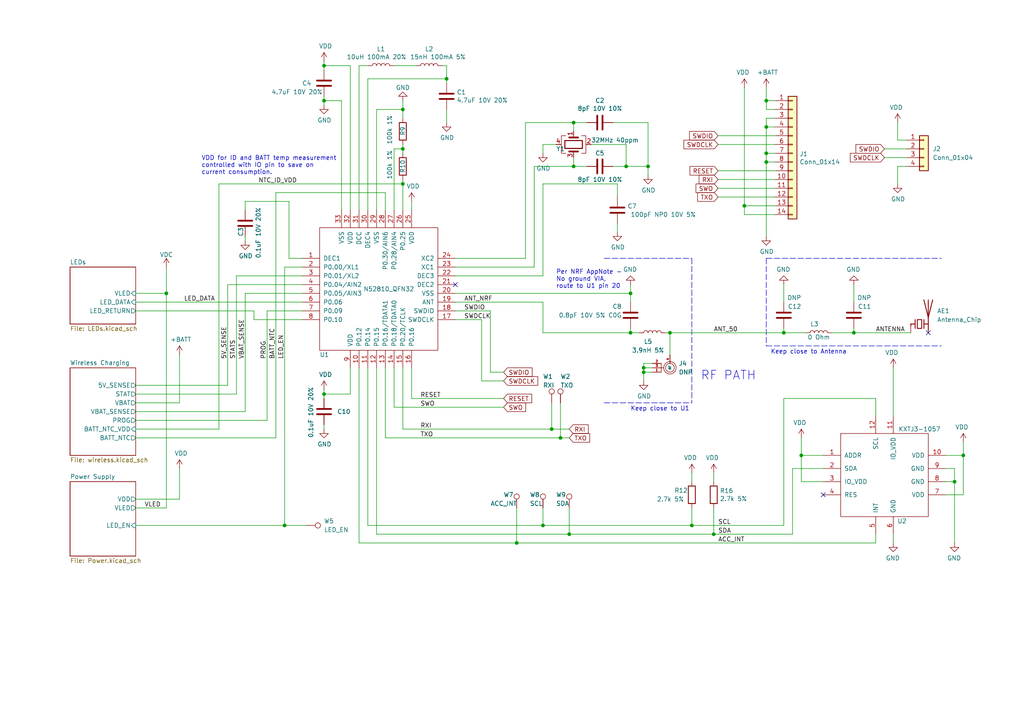
<source format=kicad_sch>
(kicad_sch (version 20211123) (generator eeschema)
  (paper "A4")
  (title_block (title "Pixels D20 Schematic, Main") (date "2022-08-26") (rev "13") (company "Systemic Games, LLC") (comment 1 "Main MCU, Accelerometer and Radio"))
  (lib_symbols
    (symbol "Connector_Generic:Conn_01x04" (pin_names (offset 1.016) hide)
      (property "Reference" "J" (at 0 5.08 0))
      (property "Value" "Conn_01x04" (at 0 -7.62 0))
      (symbol "Conn_01x04_1_1"
        (rectangle (start -1.27 -4.953) (end 0 -5.207) (stroke (width 0.1524)))
        (rectangle (start -1.27 -2.413) (end 0 -2.667) (stroke (width 0.1524)))
        (rectangle (start -1.27 0.127) (end 0 -0.127) (stroke (width 0.1524)))
        (rectangle (start -1.27 2.667) (end 0 2.413) (stroke (width 0.1524)))
        (rectangle (start -1.27 3.81) (end 1.27 -6.35) (stroke (width 0.254)) (fill (type background)))
        (pin passive line (at -5.08 2.54 0) (length 3.81) (name "Pin_1") (number "1"))
        (pin passive line (at -5.08 0 0) (length 3.81) (name "Pin_2") (number "2"))
        (pin passive line (at -5.08 -2.54 0) (length 3.81) (name "Pin_3") (number "3"))
        (pin passive line (at -5.08 -5.08 0) (length 3.81) (name "Pin_4") (number "4"))
      )
    )
    (symbol "Connector_Generic:Conn_01x14" (pin_names (offset 1.016) hide)
      (property "Reference" "J" (at 0 17.78 0))
      (property "Value" "Conn_01x14" (at 0 -20.32 0))
      (symbol "Conn_01x14_1_1"
        (rectangle (start -1.27 -17.653) (end 0 -17.907) (stroke (width 0.1524)))
        (rectangle (start -1.27 -15.113) (end 0 -15.367) (stroke (width 0.1524)))
        (rectangle (start -1.27 -12.573) (end 0 -12.827) (stroke (width 0.1524)))
        (rectangle (start -1.27 -10.033) (end 0 -10.287) (stroke (width 0.1524)))
        (rectangle (start -1.27 -7.493) (end 0 -7.747) (stroke (width 0.1524)))
        (rectangle (start -1.27 -4.953) (end 0 -5.207) (stroke (width 0.1524)))
        (rectangle (start -1.27 -2.413) (end 0 -2.667) (stroke (width 0.1524)))
        (rectangle (start -1.27 0.127) (end 0 -0.127) (stroke (width 0.1524)))
        (rectangle (start -1.27 2.667) (end 0 2.413) (stroke (width 0.1524)))
        (rectangle (start -1.27 5.207) (end 0 4.953) (stroke (width 0.1524)))
        (rectangle (start -1.27 7.747) (end 0 7.493) (stroke (width 0.1524)))
        (rectangle (start -1.27 10.287) (end 0 10.033) (stroke (width 0.1524)))
        (rectangle (start -1.27 12.827) (end 0 12.573) (stroke (width 0.1524)))
        (rectangle (start -1.27 15.367) (end 0 15.113) (stroke (width 0.1524)))
        (rectangle (start -1.27 16.51) (end 1.27 -19.05) (stroke (width 0.254)) (fill (type background)))
        (pin passive line (at -5.08 15.24 0) (length 3.81) (name "Pin_1") (number "1"))
        (pin passive line (at -5.08 -7.62 0) (length 3.81) (name "Pin_10") (number "10"))
        (pin passive line (at -5.08 -10.16 0) (length 3.81) (name "Pin_11") (number "11"))
        (pin passive line (at -5.08 -12.7 0) (length 3.81) (name "Pin_12") (number "12"))
        (pin passive line (at -5.08 -15.24 0) (length 3.81) (name "Pin_13") (number "13"))
        (pin passive line (at -5.08 -17.78 0) (length 3.81) (name "Pin_14") (number "14"))
        (pin passive line (at -5.08 12.7 0) (length 3.81) (name "Pin_2") (number "2"))
        (pin passive line (at -5.08 10.16 0) (length 3.81) (name "Pin_3") (number "3"))
        (pin passive line (at -5.08 7.62 0) (length 3.81) (name "Pin_4") (number "4"))
        (pin passive line (at -5.08 5.08 0) (length 3.81) (name "Pin_5") (number "5"))
        (pin passive line (at -5.08 2.54 0) (length 3.81) (name "Pin_6") (number "6"))
        (pin passive line (at -5.08 0 0) (length 3.81) (name "Pin_7") (number "7"))
        (pin passive line (at -5.08 -2.54 0) (length 3.81) (name "Pin_8") (number "8"))
        (pin passive line (at -5.08 -5.08 0) (length 3.81) (name "Pin_9") (number "9"))
      )
    )
    (symbol "Device:Antenna_Chip" (pin_numbers hide) (pin_names (offset 1.016) hide)
      (property "Reference" "AE" (at 0 5.08 0))
      (property "Value" "Antenna_Chip" (at 0 3.175 0))
      (symbol "Antenna_Chip_0_1"
        (polyline (pts (xy -2.54 0) (xy -2.54 -0.635)) (stroke (width 0.254)))
        (polyline (pts (xy -2.54 0) (xy -1.27 0)) (stroke (width 0.254)))
        (polyline (pts (xy 1.27 0) (xy 2.54 0)) (stroke (width 0.254)))
        (polyline (pts (xy 1.27 1.27) (xy 1.27 -1.27)) (stroke (width 0.254)))
        (polyline (pts (xy 2.54 -0.635) (xy 2.54 0)))
        (polyline (pts (xy 2.54 6.985) (xy 2.54 -1.905)) (stroke (width 0.254)))
        (polyline (pts (xy -1.27 1.27) (xy -1.27 -1.27) (xy -1.27 0)) (stroke (width 0.254)))
        (polyline (pts (xy 3.81 6.985) (xy 2.54 1.905) (xy 1.27 6.985)) (stroke (width 0.254)))
        (polyline (pts (xy -0.635 1.27) (xy 0.635 1.27) (xy 0.635 -1.27) (xy -0.635 -1.27) (xy -0.635 1.27)) (stroke (width 0.254)))
      )
      (symbol "Antenna_Chip_1_1"
        (pin input line (at -2.54 -2.54 90) (length 2.54) (name "FEED") (number "1"))
        (pin passive line (at 2.54 -2.54 90) (length 2.54) (name "PCB_Trace") (number "2"))
      )
    )
    (symbol "Device:C" (pin_numbers hide) (pin_names (offset 0.254))
      (property "Reference" "C" (at 0.635 2.54 0))
      (property "Value" "C" (at 0.635 -2.54 0))
      (symbol "C_0_1"
        (polyline (pts (xy -2.032 -0.762) (xy 2.032 -0.762)) (stroke (width 0.508)))
        (polyline (pts (xy -2.032 0.762) (xy 2.032 0.762)) (stroke (width 0.508)))
      )
      (symbol "C_1_1"
        (pin passive line (at 0 3.81 270) (length 2.794) (name "~") (number "1"))
        (pin passive line (at 0 -3.81 90) (length 2.794) (name "~") (number "2"))
      )
    )
    (symbol "Device:Crystal_GND24" (pin_names (offset 1.016) hide)
      (property "Reference" "Y" (at 3.175 5.08 0))
      (property "Value" "Crystal_GND24" (at 3.175 3.175 0))
      (symbol "Crystal_GND24_0_1"
        (rectangle (start -1.143 2.54) (end 1.143 -2.54) (stroke (width 0.3048)))
        (polyline (pts (xy -2.54 0) (xy -2.032 0)))
        (polyline (pts (xy -2.032 -1.27) (xy -2.032 1.27)) (stroke (width 0.508)))
        (polyline (pts (xy 0 -3.81) (xy 0 -3.556)))
        (polyline (pts (xy 0 3.556) (xy 0 3.81)))
        (polyline (pts (xy 2.032 -1.27) (xy 2.032 1.27)) (stroke (width 0.508)))
        (polyline (pts (xy 2.032 0) (xy 2.54 0)))
        (polyline (pts (xy -2.54 -2.286) (xy -2.54 -3.556) (xy 2.54 -3.556) (xy 2.54 -2.286)))
        (polyline (pts (xy -2.54 2.286) (xy -2.54 3.556) (xy 2.54 3.556) (xy 2.54 2.286)))
      )
      (symbol "Crystal_GND24_1_1"
        (pin passive line (at -3.81 0 0) (length 1.27) (name "1") (number "1"))
        (pin passive line (at 0 5.08 270) (length 1.27) (name "2") (number "2"))
        (pin passive line (at 3.81 0 180) (length 1.27) (name "3") (number "3"))
        (pin passive line (at 0 -5.08 90) (length 1.27) (name "4") (number "4"))
      )
    )
    (symbol "Device:L" (pin_numbers hide) (pin_names (offset 1.016) hide)
      (property "Reference" "L" (at -1.27 0 90))
      (property "Value" "L" (at 1.905 0 90))
      (symbol "L_0_1"
        (arc (start 0 -2.54) (mid 0.635 -1.905) (end 0 -1.27))
        (arc (start 0 -1.27) (mid 0.635 -0.635) (end 0 0))
        (arc (start 0 0) (mid 0.635 0.635) (end 0 1.27))
        (arc (start 0 1.27) (mid 0.635 1.905) (end 0 2.54))
      )
      (symbol "L_1_1"
        (pin passive line (at 0 3.81 270) (length 1.27) (name "1") (number "1"))
        (pin passive line (at 0 -3.81 90) (length 1.27) (name "2") (number "2"))
      )
    )
    (symbol "Device:R" (pin_numbers hide) (pin_names (offset 0))
      (property "Reference" "R" (at 2.032 0 90))
      (property "Value" "R" (at 0 0 90))
      (symbol "R_0_1"
        (rectangle (start -1.016 -2.54) (end 1.016 2.54) (stroke (width 0.254)))
      )
      (symbol "R_1_1"
        (pin passive line (at 0 3.81 270) (length 1.27) (name "~") (number "1"))
        (pin passive line (at 0 -3.81 90) (length 1.27) (name "~") (number "2"))
      )
    )
    (symbol "Pixels-dice:KXTJ3-1057" (pin_names (offset 1.016))
      (property "Reference" "U" (at 10.16 -12.7 0))
      (property "Value" "KXTJ3-1057" (at 8.89 13.97 0))
      (symbol "KXTJ3-1057_0_1"
        (rectangle (start -12.7 12.7) (end 12.7 -11.43))
      )
      (symbol "KXTJ3-1057_1_1"
        (pin input line (at -17.78 6.35 0) (length 5.08) (name "ADDR") (number "1"))
        (pin power_in line (at 17.78 6.35 180) (length 5.08) (name "VDD") (number "10"))
        (pin power_in line (at 2.54 17.78 270) (length 5.08) (name "IO_VDD") (number "11"))
        (pin input line (at -2.54 17.78 270) (length 5.08) (name "SCL") (number "12"))
        (pin bidirectional line (at -17.78 2.54 0) (length 5.08) (name "SDA") (number "2"))
        (pin power_in line (at -17.78 -1.27 0) (length 5.08) (name "IO_VDD") (number "3"))
        (pin passive line (at -17.78 -5.08 0) (length 5.08) (name "RES") (number "4"))
        (pin output line (at -2.54 -16.51 90) (length 5.08) (name "INT") (number "5"))
        (pin power_in line (at 2.54 -16.51 90) (length 5.08) (name "GND") (number "6"))
        (pin power_in line (at 17.78 -5.08 180) (length 5.08) (name "VDD") (number "7"))
        (pin power_in line (at 17.78 -1.27 180) (length 5.08) (name "GND") (number "8"))
        (pin power_in line (at 17.78 2.54 180) (length 5.08) (name "GND") (number "9"))
      )
    )
    (symbol "Pixels-dice:N52810_QFN32" (pin_names (offset 1.016))
      (property "Reference" "U" (at 13.97 -19.05 0))
      (property "Value" "N52810_QFN32" (at 2.54 0 0))
      (symbol "N52810_QFN32_0_1"
        (rectangle (start -17.78 17.78) (end 16.51 -17.78))
      )
      (symbol "N52810_QFN32_1_1"
        (pin power_out line (at -22.86 8.89 0) (length 5.08) (name "DEC1") (number "1"))
        (pin bidirectional line (at -6.35 -22.86 90) (length 5.08) (name "P0.12") (number "10"))
        (pin bidirectional line (at -3.81 -22.86 90) (length 5.08) (name "P0.14") (number "11"))
        (pin bidirectional line (at -1.27 -22.86 90) (length 5.08) (name "P0.15") (number "12"))
        (pin bidirectional line (at 1.27 -22.86 90) (length 5.08) (name "P0.16/TDATA1") (number "13"))
        (pin bidirectional line (at 3.81 -22.86 90) (length 5.08) (name "P0.18/TDATA0") (number "14"))
        (pin bidirectional line (at 6.35 -22.86 90) (length 5.08) (name "P0.20/TCLK") (number "15"))
        (pin bidirectional line (at 8.89 -22.86 90) (length 5.08) (name "P0.16") (number "16"))
        (pin bidirectional line (at 21.59 -8.89 180) (length 5.08) (name "SWDCLK") (number "17"))
        (pin bidirectional line (at 21.59 -6.35 180) (length 5.08) (name "SWDIO") (number "18"))
        (pin output line (at 21.59 -3.81 180) (length 5.08) (name "ANT") (number "19"))
        (pin bidirectional line (at -22.86 6.35 0) (length 5.08) (name "P0.00/XL1") (number "2"))
        (pin output line (at 21.59 -1.27 180) (length 5.08) (name "VSS") (number "20"))
        (pin output line (at 21.59 1.27 180) (length 5.08) (name "DEC2") (number "21"))
        (pin output line (at 21.59 3.81 180) (length 5.08) (name "DEC3") (number "22"))
        (pin output line (at 21.59 6.35 180) (length 5.08) (name "XC1") (number "23"))
        (pin input line (at 21.59 8.89 180) (length 5.08) (name "XC2") (number "24"))
        (pin power_in line (at 8.89 22.86 270) (length 5.08) (name "VDD") (number "25"))
        (pin bidirectional line (at 6.35 22.86 270) (length 5.08) (name "P0.25") (number "26"))
        (pin bidirectional line (at 3.81 22.86 270) (length 5.08) (name "P0.28/AIN4") (number "27"))
        (pin bidirectional line (at 1.27 22.86 270) (length 5.08) (name "P0.30/AIN6") (number "28"))
        (pin power_in line (at -1.27 22.86 270) (length 5.08) (name "VSS") (number "29"))
        (pin bidirectional line (at -22.86 3.81 0) (length 5.08) (name "P0.01/XL2") (number "3"))
        (pin output line (at -3.81 22.86 270) (length 5.08) (name "DEC4") (number "30"))
        (pin output line (at -6.35 22.86 270) (length 5.08) (name "DCC") (number "31"))
        (pin power_in line (at -8.89 22.86 270) (length 5.08) (name "VDD") (number "32"))
        (pin power_in line (at -11.43 22.86 270) (length 5.08) (name "VSS") (number "33"))
        (pin bidirectional line (at -22.86 1.27 0) (length 5.08) (name "P0.04/AIN2") (number "4"))
        (pin bidirectional line (at -22.86 -1.27 0) (length 5.08) (name "P0.05/AIN3") (number "5"))
        (pin bidirectional line (at -22.86 -3.81 0) (length 5.08) (name "P0.06") (number "6"))
        (pin bidirectional line (at -22.86 -6.35 0) (length 5.08) (name "P0.09") (number "7"))
        (pin bidirectional line (at -22.86 -8.89 0) (length 5.08) (name "P0.10") (number "8"))
        (pin power_in line (at -8.89 -22.86 90) (length 5.08) (name "VDD") (number "9"))
      )
    )
    (symbol "Pixels-dice:TEST_1P-conn" (pin_numbers hide) (pin_names (offset 0.762) hide)
      (property "Reference" "W" (at 0 6.858 0))
      (property "Value" "TEST_1P-conn" (at 0 5.08 0))
      (symbol "TEST_1P-conn_0_1"
        (circle (center 0 3.302) (radius 0.762))
      )
      (symbol "TEST_1P-conn_1_1"
        (pin passive line (at 0 0 90) (length 2.54) (name "1") (number "1"))
      )
    )
    (symbol "Pixels-dice:W.FL"
      (property "Reference" "J" (at 3.81 -1.27 0))
      (property "Value" "W.FL" (at 4.445 1.27 0))
      (symbol "W.FL_0_1"
        (polyline (pts (xy -1.27 -2.54) (xy 1.27 -2.54)))
        (polyline (pts (xy 0 -2.54) (xy 0 -1.905)))
        (circle (center 0 0) (radius 1.27))
        (circle (center 0 0) (radius 1.7961))
      )
      (symbol "W.FL_1_1"
        (pin passive line (at 1.27 -5.08 90) (length 2.54) (name "") (number "1"))
        (pin passive line (at -1.27 -5.08 90) (length 2.54) (name "") (number "2"))
        (pin passive line (at 0 -5.08 90) (length 2.54) (name "") (number "3"))
        (pin passive line (at -3.81 0 0) (length 2.54) (name "RF") (number "4"))
      )
    )
    (symbol "power:+BATT" (power) (pin_names (offset 0))
      (property "Value" "+BATT" (at 0 3.556 0))
      (symbol "+BATT_0_1"
        (polyline (pts (xy -0.762 1.27) (xy 0 2.54)))
        (polyline (pts (xy 0 0) (xy 0 2.54)))
        (polyline (pts (xy 0 2.54) (xy 0.762 1.27)))
      )
      (symbol "+BATT_1_1"
        (pin power_in line (at 0 0 90) (length 0) hide (name "+BATT") (number "1"))
      )
    )
    (symbol "power:GND" (power) (pin_names (offset 0))
      (property "Value" "GND" (at 0 -3.81 0))
      (symbol "GND_0_1"
        (polyline (pts (xy 0 0) (xy 0 -1.27) (xy 1.27 -1.27) (xy 0 -2.54) (xy -1.27 -1.27) (xy 0 -1.27)))
      )
      (symbol "GND_1_1"
        (pin power_in line (at 0 0 270) (length 0) hide (name "GND") (number "1"))
      )
    )
    (symbol "power:VDC" (power) (pin_names (offset 0))
      (property "Value" "VDC" (at 0 6.35 0))
      (symbol "VDC_0_1"
        (polyline (pts (xy -0.762 1.27) (xy 0 2.54)))
        (polyline (pts (xy 0 0) (xy 0 2.54)))
        (polyline (pts (xy 0 2.54) (xy 0.762 1.27)))
      )
      (symbol "VDC_1_1"
        (pin power_in line (at 0 0 90) (length 0) hide (name "VDC") (number "1"))
      )
    )
    (symbol "power:VDD" (power) (pin_names (offset 0))
      (property "Value" "VDD" (at 0 3.81 0))
      (symbol "VDD_0_1"
        (polyline (pts (xy -0.762 1.27) (xy 0 2.54)))
        (polyline (pts (xy 0 0) (xy 0 2.54)))
        (polyline (pts (xy 0 2.54) (xy 0.762 1.27)))
      )
      (symbol "VDD_1_1"
        (pin power_in line (at 0 0 90) (length 0) hide (name "VDD") (number "1"))
      )
    )
  )
  (junction (at 279.4 132.08))
  (junction (at 181.61 48.26))
  (junction (at 276.86 139.7))
  (junction (at 93.98 19.05))
  (junction (at 194.31 96.52))
  (junction (at 116.84 43.18))
  (junction (at 116.84 53.34))
  (junction (at 166.37 48.26))
  (junction (at 149.86 157.48))
  (junction (at 182.88 96.52))
  (junction (at 165.1 154.94))
  (junction (at 207.01 154.94))
  (junction (at 222.25 36.83))
  (junction (at 93.98 114.3))
  (junction (at 116.84 31.75))
  (junction (at 227.33 96.52))
  (junction (at 129.54 22.86))
  (junction (at 182.88 85.09))
  (junction (at 82.55 152.4))
  (junction (at 222.25 44.45))
  (junction (at 247.65 96.52))
  (junction (at 222.25 29.21))
  (junction (at 187.96 48.26))
  (junction (at 222.25 46.99))
  (junction (at 48.26 85.09))
  (junction (at 162.56 127))
  (junction (at 232.41 132.08))
  (junction (at 215.9 59.69))
  (junction (at 157.48 152.4))
  (junction (at 160.02 124.46))
  (junction (at 93.98 29.21))
  (junction (at 200.66 152.4))
  (junction (at 186.69 107.95))
  (junction (at 166.37 35.56))
  (junction (at 186.69 106.68))
  (no_connect (at 132.08 82.55))
  (no_connect (at 238.76 143.51))
  (no_connect (at 269.24 96.52))
  (wire (pts (xy 99.06 29.21) (xy 93.98 29.21)))
  (wire (pts (xy 99.06 60.96) (xy 99.06 29.21)))
  (wire (pts (xy 222.25 34.29) (xy 222.25 36.83)))
  (wire (pts (xy 207.01 137.16) (xy 207.01 139.7)))
  (wire (pts (xy 149.86 147.32) (xy 149.86 157.48)))
  (wire (pts (xy 109.22 31.75) (xy 109.22 60.96)))
  (wire (pts (xy 181.61 41.91) (xy 181.61 48.26)))
  (wire (pts (xy 116.84 29.21) (xy 116.84 31.75)))
  (wire (pts (xy 116.84 53.34) (xy 116.84 60.96)))
  (wire (pts (xy 68.58 80.01) (xy 68.58 114.3)))
  (wire (pts (xy 154.94 77.47) (xy 154.94 48.26)))
  (wire (pts (xy 93.98 19.05) (xy 93.98 20.32)))
  (wire (pts (xy 232.41 139.7) (xy 232.41 132.08)))
  (wire (pts (xy 279.4 143.51) (xy 274.32 143.51)))
  (wire (pts (xy 101.6 19.05) (xy 93.98 19.05)))
  (wire (pts (xy 177.8 48.26) (xy 181.61 48.26)))
  (wire (pts (xy 157.48 80.01) (xy 132.08 80.01)))
  (wire (pts (xy 139.7 110.49) (xy 146.05 110.49)))
  (wire (pts (xy 132.08 74.93) (xy 152.4 74.93)))
  (wire (pts (xy 238.76 135.89) (xy 229.87 135.89)))
  (wire (pts (xy 207.01 147.32) (xy 207.01 154.94)))
  (polyline (pts (xy 222.25 74.93) (xy 222.25 100.33)))
  (wire (pts (xy 187.96 35.56) (xy 187.96 48.26)))
  (wire (pts (xy 224.79 46.99) (xy 222.25 46.99)))
  (wire (pts (xy 160.02 124.46) (xy 165.1 124.46)))
  (wire (pts (xy 166.37 35.56) (xy 170.18 35.56)))
  (wire (pts (xy 189.23 106.68) (xy 186.69 106.68)))
  (wire (pts (xy 259.08 154.94) (xy 259.08 157.48)))
  (wire (pts (xy 39.37 114.3) (xy 68.58 114.3)))
  (polyline (pts (xy 222.25 100.33) (xy 273.05 100.33)))
  (wire (pts (xy 132.08 87.63) (xy 157.48 87.63)))
  (wire (pts (xy 208.28 41.91) (xy 224.79 41.91)))
  (wire (pts (xy 39.37 147.32) (xy 48.26 147.32)))
  (wire (pts (xy 215.9 59.69) (xy 215.9 62.23)))
  (wire (pts (xy 116.84 124.46) (xy 116.84 106.68)))
  (wire (pts (xy 39.37 90.17) (xy 73.66 90.17)))
  (wire (pts (xy 162.56 127) (xy 165.1 127)))
  (wire (pts (xy 80.01 55.88) (xy 111.76 55.88)))
  (wire (pts (xy 186.69 105.41) (xy 186.69 106.68)))
  (wire (pts (xy 111.76 55.88) (xy 111.76 60.96)))
  (wire (pts (xy 129.54 31.75) (xy 129.54 35.56)))
  (wire (pts (xy 39.37 111.76) (xy 66.04 111.76)))
  (wire (pts (xy 93.98 114.3) (xy 93.98 115.57)))
  (wire (pts (xy 132.08 85.09) (xy 182.88 85.09)))
  (wire (pts (xy 256.54 43.18) (xy 262.89 43.18)))
  (wire (pts (xy 149.86 157.48) (xy 254 157.48)))
  (wire (pts (xy 66.04 82.55) (xy 66.04 111.76)))
  (wire (pts (xy 224.79 59.69) (xy 215.9 59.69)))
  (wire (pts (xy 73.66 90.17) (xy 73.66 92.71)))
  (wire (pts (xy 274.32 139.7) (xy 276.86 139.7)))
  (wire (pts (xy 157.48 96.52) (xy 182.88 96.52)))
  (wire (pts (xy 152.4 74.93) (xy 152.4 35.56)))
  (wire (pts (xy 106.68 106.68) (xy 106.68 152.4)))
  (wire (pts (xy 132.08 90.17) (xy 142.24 90.17)))
  (wire (pts (xy 114.3 106.68) (xy 114.3 118.11)))
  (wire (pts (xy 101.6 60.96) (xy 101.6 19.05)))
  (wire (pts (xy 254 120.65) (xy 254 115.57)))
  (wire (pts (xy 222.25 31.75) (xy 224.79 31.75)))
  (wire (pts (xy 93.98 114.3) (xy 93.98 113.03)))
  (wire (pts (xy 189.23 107.95) (xy 186.69 107.95)))
  (wire (pts (xy 142.24 107.95) (xy 146.05 107.95)))
  (wire (pts (xy 222.25 29.21) (xy 222.25 31.75)))
  (wire (pts (xy 161.29 41.91) (xy 157.48 41.91)))
  (wire (pts (xy 160.02 116.84) (xy 160.02 124.46)))
  (wire (pts (xy 256.54 45.72) (xy 262.89 45.72)))
  (wire (pts (xy 222.25 44.45) (xy 222.25 46.99)))
  (wire (pts (xy 129.54 22.86) (xy 129.54 24.13)))
  (wire (pts (xy 52.07 144.78) (xy 52.07 135.89)))
  (wire (pts (xy 186.69 106.68) (xy 186.69 107.95)))
  (wire (pts (xy 194.31 96.52) (xy 194.31 102.87)))
  (wire (pts (xy 104.14 60.96) (xy 104.14 19.05)))
  (wire (pts (xy 114.3 60.96) (xy 114.3 43.18)))
  (wire (pts (xy 39.37 87.63) (xy 87.63 87.63)))
  (wire (pts (xy 128.27 19.05) (xy 129.54 19.05)))
  (wire (pts (xy 129.54 22.86) (xy 106.68 22.86)))
  (wire (pts (xy 165.1 154.94) (xy 207.01 154.94)))
  (wire (pts (xy 260.35 48.26) (xy 260.35 53.34)))
  (wire (pts (xy 208.28 49.53) (xy 224.79 49.53)))
  (wire (pts (xy 232.41 132.08) (xy 238.76 132.08)))
  (wire (pts (xy 193.04 96.52) (xy 194.31 96.52)))
  (wire (pts (xy 177.8 35.56) (xy 187.96 35.56)))
  (wire (pts (xy 222.25 36.83) (xy 222.25 44.45)))
  (wire (pts (xy 77.47 121.92) (xy 39.37 121.92)))
  (wire (pts (xy 39.37 85.09) (xy 48.26 85.09)))
  (wire (pts (xy 274.32 135.89) (xy 276.86 135.89)))
  (wire (pts (xy 279.4 132.08) (xy 279.4 143.51)))
  (wire (pts (xy 114.3 43.18) (xy 116.84 43.18)))
  (polyline (pts (xy 175.26 116.84) (xy 200.66 116.84)))
  (wire (pts (xy 73.66 92.71) (xy 87.63 92.71)))
  (wire (pts (xy 154.94 48.26) (xy 166.37 48.26)))
  (wire (pts (xy 247.65 82.55) (xy 247.65 87.63)))
  (wire (pts (xy 232.41 132.08) (xy 232.41 127)))
  (wire (pts (xy 101.6 114.3) (xy 93.98 114.3)))
  (wire (pts (xy 111.76 127) (xy 162.56 127)))
  (wire (pts (xy 227.33 96.52) (xy 233.68 96.52)))
  (wire (pts (xy 194.31 96.52) (xy 227.33 96.52)))
  (wire (pts (xy 227.33 115.57) (xy 227.33 152.4)))
  (wire (pts (xy 276.86 139.7) (xy 276.86 157.48)))
  (wire (pts (xy 82.55 77.47) (xy 82.55 152.4)))
  (wire (pts (xy 200.66 137.16) (xy 200.66 139.7)))
  (polyline (pts (xy 200.66 74.93) (xy 200.66 116.84)))
  (wire (pts (xy 88.9 152.4) (xy 82.55 152.4)))
  (wire (pts (xy 222.25 34.29) (xy 224.79 34.29)))
  (wire (pts (xy 166.37 48.26) (xy 170.18 48.26)))
  (wire (pts (xy 215.9 62.23) (xy 224.79 62.23)))
  (wire (pts (xy 222.25 46.99) (xy 222.25 68.58)))
  (wire (pts (xy 182.88 82.55) (xy 182.88 85.09)))
  (wire (pts (xy 116.84 124.46) (xy 160.02 124.46)))
  (wire (pts (xy 179.07 53.34) (xy 179.07 57.15)))
  (wire (pts (xy 93.98 29.21) (xy 93.98 30.48)))
  (wire (pts (xy 119.38 106.68) (xy 119.38 115.57)))
  (wire (pts (xy 208.28 57.15) (xy 224.79 57.15)))
  (wire (pts (xy 157.48 152.4) (xy 200.66 152.4)))
  (wire (pts (xy 152.4 35.56) (xy 166.37 35.56)))
  (wire (pts (xy 39.37 144.78) (xy 52.07 144.78)))
  (wire (pts (xy 186.69 107.95) (xy 186.69 110.49)))
  (wire (pts (xy 39.37 119.38) (xy 71.12 119.38)))
  (wire (pts (xy 129.54 19.05) (xy 129.54 22.86)))
  (wire (pts (xy 241.3 96.52) (xy 247.65 96.52)))
  (wire (pts (xy 48.26 85.09) (xy 48.26 147.32)))
  (wire (pts (xy 82.55 77.47) (xy 87.63 77.47)))
  (wire (pts (xy 200.66 152.4) (xy 227.33 152.4)))
  (wire (pts (xy 109.22 154.94) (xy 165.1 154.94)))
  (wire (pts (xy 119.38 58.42) (xy 119.38 60.96)))
  (wire (pts (xy 82.55 152.4) (xy 39.37 152.4)))
  (wire (pts (xy 208.28 54.61) (xy 224.79 54.61)))
  (wire (pts (xy 87.63 82.55) (xy 66.04 82.55)))
  (wire (pts (xy 116.84 52.07) (xy 116.84 53.34)))
  (wire (pts (xy 104.14 19.05) (xy 106.68 19.05)))
  (wire (pts (xy 227.33 82.55) (xy 227.33 87.63)))
  (wire (pts (xy 87.63 80.01) (xy 68.58 80.01)))
  (wire (pts (xy 104.14 157.48) (xy 149.86 157.48)))
  (wire (pts (xy 139.7 92.71) (xy 139.7 110.49)))
  (wire (pts (xy 39.37 127) (xy 80.01 127)))
  (wire (pts (xy 171.45 41.91) (xy 181.61 41.91)))
  (polyline (pts (xy 175.26 74.93) (xy 200.66 74.93)))
  (wire (pts (xy 93.98 19.05) (xy 93.98 17.78)))
  (wire (pts (xy 48.26 85.09) (xy 48.26 77.47)))
  (wire (pts (xy 157.48 87.63) (xy 157.48 96.52)))
  (polyline (pts (xy 222.25 74.93) (xy 273.05 74.93)))
  (wire (pts (xy 132.08 92.71) (xy 139.7 92.71)))
  (wire (pts (xy 165.1 147.32) (xy 165.1 154.94)))
  (wire (pts (xy 229.87 135.89) (xy 229.87 154.94)))
  (wire (pts (xy 224.79 44.45) (xy 222.25 44.45)))
  (wire (pts (xy 71.12 68.58) (xy 71.12 69.85)))
  (wire (pts (xy 146.05 115.57) (xy 119.38 115.57)))
  (wire (pts (xy 116.84 43.18) (xy 116.84 44.45)))
  (wire (pts (xy 222.25 25.4) (xy 222.25 29.21)))
  (wire (pts (xy 162.56 116.84) (xy 162.56 127)))
  (wire (pts (xy 260.35 40.64) (xy 262.89 40.64)))
  (wire (pts (xy 157.48 147.32) (xy 157.48 152.4)))
  (wire (pts (xy 83.82 58.42) (xy 71.12 58.42)))
  (wire (pts (xy 63.5 53.34) (xy 63.5 124.46)))
  (wire (pts (xy 182.88 95.25) (xy 182.88 96.52)))
  (wire (pts (xy 142.24 90.17) (xy 142.24 107.95)))
  (wire (pts (xy 109.22 31.75) (xy 116.84 31.75)))
  (wire (pts (xy 279.4 128.27) (xy 279.4 132.08)))
  (wire (pts (xy 87.63 74.93) (xy 83.82 74.93)))
  (wire (pts (xy 93.98 27.94) (xy 93.98 29.21)))
  (wire (pts (xy 157.48 53.34) (xy 157.48 80.01)))
  (wire (pts (xy 254 154.94) (xy 254 157.48)))
  (wire (pts (xy 106.68 22.86) (xy 106.68 60.96)))
  (wire (pts (xy 71.12 85.09) (xy 71.12 119.38)))
  (wire (pts (xy 181.61 48.26) (xy 187.96 48.26)))
  (wire (pts (xy 83.82 74.93) (xy 83.82 58.42)))
  (wire (pts (xy 247.65 96.52) (xy 264.16 96.52)))
  (wire (pts (xy 207.01 154.94) (xy 229.87 154.94)))
  (wire (pts (xy 260.35 35.56) (xy 260.35 40.64)))
  (wire (pts (xy 77.47 90.17) (xy 77.47 121.92)))
  (wire (pts (xy 116.84 41.91) (xy 116.84 43.18)))
  (wire (pts (xy 182.88 96.52) (xy 185.42 96.52)))
  (wire (pts (xy 80.01 55.88) (xy 80.01 127)))
  (wire (pts (xy 116.84 31.75) (xy 116.84 34.29)))
  (wire (pts (xy 39.37 116.84) (xy 52.07 116.84)))
  (wire (pts (xy 182.88 85.09) (xy 182.88 87.63)))
  (wire (pts (xy 104.14 106.68) (xy 104.14 157.48)))
  (wire (pts (xy 179.07 64.77) (xy 179.07 67.31)))
  (wire (pts (xy 157.48 41.91) (xy 157.48 44.45)))
  (wire (pts (xy 63.5 124.46) (xy 39.37 124.46)))
  (wire (pts (xy 63.5 53.34) (xy 116.84 53.34)))
  (wire (pts (xy 114.3 19.05) (xy 120.65 19.05)))
  (wire (pts (xy 187.96 48.26) (xy 187.96 50.8)))
  (wire (pts (xy 166.37 45.72) (xy 166.37 48.26)))
  (wire (pts (xy 208.28 39.37) (xy 224.79 39.37)))
  (wire (pts (xy 166.37 38.1) (xy 166.37 35.56)))
  (wire (pts (xy 279.4 132.08) (xy 274.32 132.08)))
  (wire (pts (xy 254 115.57) (xy 227.33 115.57)))
  (wire (pts (xy 179.07 53.34) (xy 157.48 53.34)))
  (wire (pts (xy 238.76 139.7) (xy 232.41 139.7)))
  (wire (pts (xy 87.63 90.17) (xy 77.47 90.17)))
  (wire (pts (xy 247.65 95.25) (xy 247.65 96.52)))
  (wire (pts (xy 146.05 118.11) (xy 114.3 118.11)))
  (wire (pts (xy 260.35 48.26) (xy 262.89 48.26)))
  (wire (pts (xy 71.12 58.42) (xy 71.12 60.96)))
  (wire (pts (xy 224.79 36.83) (xy 222.25 36.83)))
  (wire (pts (xy 111.76 127) (xy 111.76 106.68)))
  (wire (pts (xy 109.22 106.68) (xy 109.22 154.94)))
  (wire (pts (xy 215.9 25.4) (xy 215.9 59.69)))
  (wire (pts (xy 276.86 135.89) (xy 276.86 139.7)))
  (wire (pts (xy 259.08 106.68) (xy 259.08 120.65)))
  (wire (pts (xy 189.23 105.41) (xy 186.69 105.41)))
  (wire (pts (xy 222.25 29.21) (xy 224.79 29.21)))
  (wire (pts (xy 132.08 77.47) (xy 154.94 77.47)))
  (wire (pts (xy 200.66 147.32) (xy 200.66 152.4)))
  (wire (pts (xy 101.6 106.68) (xy 101.6 114.3)))
  (wire (pts (xy 52.07 102.87) (xy 52.07 116.84)))
  (wire (pts (xy 87.63 85.09) (xy 71.12 85.09)))
  (wire (pts (xy 208.28 52.07) (xy 224.79 52.07)))
  (wire (pts (xy 227.33 95.25) (xy 227.33 96.52)))
  (wire (pts (xy 106.68 152.4) (xy 157.48 152.4)))
  (wire (pts (xy 93.98 123.19) (xy 93.98 124.46)))
  (text "Per NRF AppNote -\nNo ground VIA,\nroute to U1 pin 20" (at 161.29 83.82 0) (effects (font (size 1.27 1.27)) (justify left bottom)))
  (text "RF PATH" (at 203.2 110.49 0) (effects (font (size 2.54 2.54)) (justify left bottom)))
  (text "Keep close to Antenna" (at 223.52 102.87 0) (effects (font (size 1.27 1.27)) (justify left bottom)))
  (text "VDD for ID and BATT temp measurement\ncontrolled with IO pin to save on\ncurrent consumption." (at 58.42 50.8 0) (effects (font (size 1.27 1.27)) (justify left bottom)))
  (text "Keep close to U1" (at 182.88 119.38 0) (effects (font (size 1.27 1.27)) (justify left bottom)))
  (label "BATT_NTC" (at 80.01 104.14 90))
  (label "TXO" (at 121.92 127 0))
  (label "PROG" (at 77.47 104.14 90))
  (label "ACC_INT" (at 208.28 157.48 0))
  (label "ANT_50" (at 207.01 96.52 0))
  (label "SWDCLK" (at 134.62 92.71 0))
  (label "NTC_ID_VDD" (at 74.93 53.34 0))
  (label "VBAT_SENSE" (at 71.12 104.14 90))
  (label "5V_SENSE" (at 66.04 104.14 90))
  (label "ANT_NRF" (at 134.62 87.63 0))
  (label "SDA" (at 208.28 154.94 0))
  (label "LED_EN" (at 82.55 104.14 90))
  (label "ANTENNA" (at 254 96.52 0))
  (label "RXI" (at 121.92 124.46 0))
  (label "SWDIO" (at 134.62 90.17 0))
  (label "SWO" (at 121.92 118.11 0))
  (label "LED_DATA" (at 53.34 87.63 0))
  (label "RESET" (at 121.92 115.57 0))
  (label "SCL" (at 208.28 152.4 0))
  (label "VLED" (at 41.91 147.32 0))
  (label "STATS" (at 68.58 104.14 90))
  (global_label "TXO" (shape input) (at 165.1 127 0) (property "Intersheet References" "${INTERSHEET_REFS}" (effects hide)))
  (global_label "RESET" (shape input) (at 208.28 49.53 180) (property "Intersheet References" "${INTERSHEET_REFS}" (effects hide)))
  (global_label "SWDIO" (shape input) (at 146.05 107.95 0) (property "Intersheet References" "${INTERSHEET_REFS}" (effects hide)))
  (global_label "RXI" (shape input) (at 208.28 52.07 180) (property "Intersheet References" "${INTERSHEET_REFS}" (effects hide)))
  (global_label "SWDCLK" (shape input) (at 256.54 45.72 180) (property "Intersheet References" "${INTERSHEET_REFS}" (effects hide)))
  (global_label "SWO" (shape input) (at 146.05 118.11 0) (property "Intersheet References" "${INTERSHEET_REFS}" (effects hide)))
  (global_label "SWDCLK" (shape input) (at 146.05 110.49 0) (property "Intersheet References" "${INTERSHEET_REFS}" (effects hide)))
  (global_label "TXO" (shape input) (at 208.28 57.15 180) (property "Intersheet References" "${INTERSHEET_REFS}" (effects hide)))
  (global_label "RESET" (shape input) (at 146.05 115.57 0) (property "Intersheet References" "${INTERSHEET_REFS}" (effects hide)))
  (global_label "SWDIO" (shape input) (at 256.54 43.18 180) (property "Intersheet References" "${INTERSHEET_REFS}" (effects hide)))
  (global_label "SWO" (shape input) (at 208.28 54.61 180) (property "Intersheet References" "${INTERSHEET_REFS}" (effects hide)))
  (global_label "RXI" (shape input) (at 165.1 124.46 0) (property "Intersheet References" "${INTERSHEET_REFS}" (effects hide)))
  (global_label "SWDCLK" (shape input) (at 208.28 41.91 180) (property "Intersheet References" "${INTERSHEET_REFS}" (effects hide)))
  (global_label "SWDIO" (shape input) (at 208.28 39.37 180) (property "Intersheet References" "${INTERSHEET_REFS}" (effects hide)))
  (symbol (lib_id "power:GND") (at 93.98 124.46 0) (unit 1)
    (property "Reference" "#PWR016" (effects hide))
    (property "Value" "GND" (at 94.107 128.8542 0))
  )
  (symbol (lib_id "power:VDD") (at 93.98 113.03 0) (unit 1)
    (property "Reference" "#PWR014" (effects hide))
    (property "Value" "VDD" (at 94.4118 108.6358 0))
  )
  (symbol (lib_id "Device:C") (at 93.98 119.38 0) (unit 1)
    (property "Reference" "C10" (at 97.79 119.38 0) (effects (justify left)))
    (property "Value" "0.1uF 10V 20%" (at 90.17 127 90) (effects (justify left)))
    (property "Footprint" "Pixels-dice:C_0402_1005Metric" (effects hide))
    (property "Generic OK" "YES" (effects hide))
    (property "Pixels Part Number" "SMD-C005" (effects hide))
    (property "Manufacturer" "Murata" (effects hide))
    (property "Manufacturer Part Number" "GRM155R61H104KE19D" (effects hide))
  )
  (symbol (lib_id "power:GND") (at 93.98 30.48 0) (unit 1)
    (property "Reference" "#PWR08" (effects hide))
    (property "Value" "GND" (at 94.107 34.8742 0))
  )
  (symbol (lib_id "power:VDD") (at 93.98 17.78 0) (unit 1)
    (property "Reference" "#PWR01" (effects hide))
    (property "Value" "VDD" (at 94.4118 13.3858 0))
  )
  (symbol (lib_id "Device:C") (at 93.98 24.13 0) (unit 1)
    (property "Reference" "C4" (at 87.63 24.13 0) (effects (justify left)))
    (property "Value" "4.7uF 10V 20%" (at 78.74 26.67 0) (effects (justify left)))
    (property "Footprint" "Pixels-dice:C_0402_1005Metric" (effects hide))
    (property "Generic OK" "YES" (effects hide))
    (property "Pixels Part Number" "SMD-C002" (effects hide))
    (property "Manufacturer" "Murata" (effects hide))
    (property "Manufacturer Part Number" "GRM155R61A475MEAAJ" (effects hide))
  )
  (symbol (lib_id "power:GND") (at 71.12 69.85 0) (unit 1)
    (property "Reference" "#PWR05" (effects hide))
    (property "Value" "GND" (at 71.247 74.2442 0))
  )
  (symbol (lib_id "Device:C") (at 71.12 64.77 0) (unit 1)
    (property "Reference" "C3" (at 69.85 68.58 90) (effects (justify left)))
    (property "Value" "0.1uF 10V 20%" (at 74.93 74.93 90) (effects (justify left)))
    (property "Footprint" "Pixels-dice:C_0402_1005Metric" (effects hide))
    (property "Generic OK" "YES" (effects hide))
    (property "Pixels Part Number" "SMD-C005" (effects hide))
    (property "Manufacturer" "Murata" (effects hide))
    (property "Manufacturer Part Number" "GRM155R61H104KE19D" (effects hide))
  )
  (symbol (lib_id "Device:L") (at 110.49 19.05 90) (unit 1)
    (property "Reference" "L1" (at 110.49 14.224 90))
    (property "Value" "10uH 100mA 20%" (at 109.22 16.51 90))
    (property "Footprint" "Inductor_SMD:L_0805_2012Metric" (effects hide))
    (property "Generic OK" "YES" (effects hide))
    (property "Pixels Part Number" "SMD-L001" (effects hide))
    (property "Manufacturer" "Murata" (effects hide))
    (property "Manufacturer Part Number" "LQM21FN100M80L" (effects hide))
  )
  (symbol (lib_id "Device:L") (at 124.46 19.05 90) (unit 1)
    (property "Reference" "L2" (at 124.46 14.224 90))
    (property "Value" "15nH 100mA 5%" (at 127 16.51 90))
    (property "Footprint" "Inductor_SMD:L_0402_1005Metric" (effects hide))
    (property "Generic OK" "YES" (effects hide))
    (property "Pixels Part Number" "SMD-L002" (effects hide))
    (property "Manufacturer" "Murata" (effects hide))
    (property "Manufacturer Part Number" "LQG15HS15NJ02D" (effects hide))
  )
  (symbol (lib_id "Device:C") (at 129.54 27.94 0) (unit 1)
    (property "Reference" "C1" (at 132.461 26.7716 0) (effects (justify left)))
    (property "Value" "4.7uF 10V 20%" (at 132.461 29.083 0) (effects (justify left)))
    (property "Footprint" "Pixels-dice:C_0402_1005Metric" (effects hide))
    (property "Generic OK" "YES" (effects hide))
    (property "Pixels Part Number" "SMD-C002" (effects hide))
    (property "Manufacturer" "Murata" (effects hide))
    (property "Manufacturer Part Number" "GRM155R61A475MEAAJ" (effects hide))
  )
  (symbol (lib_id "power:GND") (at 129.54 35.56 0) (unit 1)
    (property "Reference" "#PWR03" (effects hide))
    (property "Value" "GND" (at 129.667 39.9542 0))
  )
  (symbol (lib_id "Device:Crystal_GND24") (at 166.37 41.91 270) (unit 1)
    (property "Reference" "Y1" (at 161.29 43.18 90) (effects (justify left)))
    (property "Value" "32MHz 40ppm" (at 171.45 40.64 90) (effects (justify left)))
    (property "Footprint" "Pixels-dice:Crystal_SMD_2016-4Pin_2.0x1.6mm" (effects hide))
    (property "Generic OK" "YES" (effects hide))
    (property "Manufacturer" "Murata" (effects hide))
    (property "Manufacturer Part Number" "XRCGB32M000F2P00R0" (effects hide))
    (property "Pixels Part Number" "SMD-Y001" (effects hide))
  )
  (symbol (lib_id "Device:C") (at 173.99 35.56 270) (unit 1)
    (property "Reference" "C2" (at 173.99 29.1592 90))
    (property "Value" "8pF 10V 10%" (at 173.99 31.4706 90))
    (property "Footprint" "Pixels-dice:C_0402_1005Metric" (effects hide))
    (property "Generic OK" "YES" (effects hide))
    (property "Pixels Part Number" "SMD-C001" (effects hide))
    (property "Manufacturer" "Murata" (effects hide))
    (property "Manufacturer Part Number" "GRT1555C2A8R0DA02" (effects hide))
  )
  (symbol (lib_id "Device:C") (at 173.99 48.26 270) (unit 1)
    (property "Reference" "C5" (at 173.99 44.45 90))
    (property "Value" "8pF 10V 10%" (at 173.99 52.07 90))
    (property "Footprint" "Pixels-dice:C_0402_1005Metric" (effects hide))
    (property "Generic OK" "YES" (effects hide))
    (property "Pixels Part Number" "SMD-C001" (effects hide))
    (property "Manufacturer" "Murata" (effects hide))
    (property "Manufacturer Part Number" "GRT1555C2A8R0DA02" (effects hide))
  )
  (symbol (lib_id "power:GND") (at 187.96 50.8 0) (unit 1)
    (property "Reference" "#PWR09" (effects hide))
    (property "Value" "GND" (at 188.087 55.1942 0))
  )
  (symbol (lib_id "power:GND") (at 179.07 67.31 0) (unit 1)
    (property "Reference" "#PWR011" (effects hide))
    (property "Value" "GND" (at 179.197 71.7042 0))
  )
  (symbol (lib_id "Device:C") (at 179.07 60.96 0) (unit 1)
    (property "Reference" "C7" (at 181.991 59.7916 0) (effects (justify left)))
    (property "Value" "100pF NP0 10V 5%" (at 182.88 62.23 0) (effects (justify left)))
    (property "Footprint" "Pixels-dice:C_0402_1005Metric" (effects hide))
    (property "Generic OK" "YES" (effects hide))
    (property "Pixels Part Number" "SMD-C003" (effects hide))
    (property "Manufacturer" "Murata" (effects hide))
    (property "Manufacturer Part Number" "GCM1555C1H101JA16J" (effects hide))
  )
  (symbol (lib_id "Device:C") (at 182.88 91.44 180) (unit 1)
    (property "Reference" "C8" (at 180.34 88.9 0) (effects (justify left)))
    (property "Value" "0.8pF 10V 5% C0G" (at 180.34 91.44 0) (effects (justify left)))
    (property "Footprint" "Pixels-dice:0402_RF" (effects hide))
    (property "Generic OK" "YES" (effects hide))
    (property "Pixels Part Number" "SMD-C004" (effects hide))
    (property "Manufacturer" "Murata" (effects hide))
    (property "Manufacturer Part Number" "GJM1555C1HR80BB01" (effects hide))
  )
  (symbol (lib_id "power:GND") (at 182.88 82.55 180) (unit 1)
    (property "Reference" "#PWR012" (effects hide))
    (property "Value" "GND" (at 182.753 78.1558 0))
  )
  (symbol (lib_id "power:GND") (at 157.48 44.45 0) (unit 1)
    (property "Reference" "#PWR06" (effects hide))
    (property "Value" "GND" (at 157.607 48.8442 0))
  )
  (symbol (lib_id "power:VDD") (at 52.07 135.89 0) (unit 1)
    (property "Reference" "#PWR021" (effects hide))
    (property "Value" "VDD" (at 52.5018 131.4958 0))
  )
  (symbol (lib_id "Pixels-dice:TEST_1P-conn") (at 160.02 116.84 0) (unit 1)
    (property "Reference" "W1" (at 157.48 109.22 0) (effects (justify left)))
    (property "Value" "RXI" (at 157.48 111.76 0) (effects (justify left)))
    (property "Footprint" "Pixels-dice:TEST_PIN" (effects hide))
    (property "Generic OK" "N/A" (effects hide))
  )
  (symbol (lib_id "Pixels-dice:TEST_1P-conn") (at 162.56 116.84 0) (unit 1)
    (property "Reference" "W2" (at 162.56 109.22 0) (effects (justify left)))
    (property "Value" "TXO" (at 162.56 111.76 0) (effects (justify left)))
    (property "Footprint" "Pixels-dice:TEST_PIN" (effects hide))
    (property "Generic OK" "N/A" (effects hide))
  )
  (symbol (lib_id "Pixels-dice:TEST_1P-conn") (at 88.9 152.4 270) (unit 1)
    (property "Reference" "W5" (at 93.98 151.13 90) (effects (justify left)))
    (property "Value" "LED_EN" (at 93.98 153.67 90) (effects (justify left)))
    (property "Footprint" "Pixels-dice:TEST_PIN" (effects hide))
    (property "Generic OK" "N/A" (effects hide))
  )
  (symbol (lib_id "Pixels-dice:TEST_1P-conn") (at 149.86 147.32 0) (unit 1)
    (property "Reference" "W7" (at 146.05 143.51 0) (effects (justify left)))
    (property "Value" "ACC_INT" (at 142.24 146.05 0) (effects (justify left)))
    (property "Footprint" "Pixels-dice:TEST_PIN" (effects hide))
    (property "Generic OK" "N/A" (effects hide))
  )
  (symbol (lib_id "Pixels-dice:TEST_1P-conn") (at 157.48 147.32 0) (unit 1)
    (property "Reference" "W8" (at 153.67 143.51 0) (effects (justify left)))
    (property "Value" "SCL" (at 153.67 146.05 0) (effects (justify left)))
    (property "Footprint" "Pixels-dice:TEST_PIN" (effects hide))
    (property "Generic OK" "N/A" (effects hide))
  )
  (symbol (lib_id "Pixels-dice:TEST_1P-conn") (at 165.1 147.32 0) (unit 1)
    (property "Reference" "W9" (at 161.29 143.51 0) (effects (justify left)))
    (property "Value" "SDA" (at 161.29 146.05 0) (effects (justify left)))
    (property "Footprint" "Pixels-dice:TEST_PIN" (effects hide))
    (property "Generic OK" "N/A" (effects hide))
  )
  (symbol (lib_id "Pixels-dice:N52810_QFN32") (at 110.49 83.82 0) (unit 1)
    (property "Reference" "U1" (at 92.71 102.87 0) (effects (justify left)))
    (property "Value" "N52810_QFN32" (at 105.41 83.82 0) (effects (justify left)))
    (property "Footprint" "Package_DFN_QFN:QFN-32-1EP_5x5mm_P0.5mm_EP3.1x3.1mm" (effects hide))
    (property "Generic OK" "NO" (effects hide))
    (property "Manufacturer" "Nordic Semiconductor" (effects hide))
    (property "Manufacturer Part Number" "NRF52810-QCAA-R" (effects hide))
    (property "Pixels Part Number" "SMD-U001" (effects hide))
  )
  (symbol (lib_id "power:VDD") (at 119.38 58.42 0) (unit 1)
    (property "Reference" "#PWR04" (effects hide))
    (property "Value" "VDD" (at 119.8118 54.0258 0))
  )
  (symbol (lib_id "Connector_Generic:Conn_01x14") (at 229.87 44.45 0) (unit 1)
    (property "Reference" "J1" (at 231.902 44.6532 0) (effects (justify left)))
    (property "Value" "Conn_01x14" (at 231.902 46.9646 0) (effects (justify left)))
    (property "Footprint" "Pixels-dice:FPC_14" (effects hide))
    (property "Generic OK" "N/A" (effects hide))
  )
  (symbol (lib_id "power:+BATT") (at 222.25 25.4 0) (unit 1)
    (property "Reference" "#PWR07" (effects hide))
    (property "Value" "+BATT" (at 222.631 21.0058 0))
  )
  (symbol (lib_id "power:VDD") (at 215.9 25.4 0) (mirror y) (unit 1)
    (property "Reference" "#PWR02" (effects hide))
    (property "Value" "VDD" (at 215.4682 21.0058 0))
  )
  (symbol (lib_id "power:GND") (at 222.25 68.58 0) (unit 1)
    (property "Reference" "#PWR013" (effects hide))
    (property "Value" "GND" (at 222.377 72.9742 0))
  )
  (symbol (lib_id "Device:R") (at 116.84 48.26 0) (unit 1)
    (property "Reference" "R10" (at 116.84 48.26 90))
    (property "Value" "100k 1%" (at 113.03 52.07 90) (effects (justify left)))
    (property "Footprint" "Pixels-dice:R_0402_1005Metric" (effects hide))
    (property "Generic OK" "YES" (effects hide))
    (property "Pixels Part Number" "SMD-R006" (effects hide))
    (property "Manufacturer" "UNI-ROYAL(Uniroyal Elec)" (effects hide))
    (property "Manufacturer Part Number" "0402WGF1003TCE" (effects hide))
  )
  (symbol (lib_id "Device:R") (at 116.84 38.1 0) (unit 1)
    (property "Reference" "R9" (at 116.84 39.37 90) (effects (justify left)))
    (property "Value" "100k 1%" (at 113.03 41.91 90) (effects (justify left)))
    (property "Footprint" "Pixels-dice:R_0402_1005Metric" (effects hide))
    (property "Generic OK" "YES" (effects hide))
    (property "Pixels Part Number" "SMD-R006" (effects hide))
    (property "Manufacturer" "UNI-ROYAL(Uniroyal Elec)" (effects hide))
    (property "Manufacturer Part Number" "0402WGF1003TCE" (effects hide))
  )
  (symbol (lib_id "power:VDD") (at 260.35 35.56 0) (mirror y) (unit 1)
    (property "Reference" "#PWR018" (effects hide))
    (property "Value" "VDD" (at 259.9182 31.1658 0))
  )
  (symbol (lib_id "power:GND") (at 260.35 53.34 0) (unit 1)
    (property "Reference" "#PWR024" (effects hide))
    (property "Value" "GND" (at 260.477 57.7342 0))
  )
  (symbol (lib_id "Device:L") (at 189.23 96.52 90) (unit 1)
    (property "Reference" "L5" (at 187.96 99.06 90))
    (property "Value" "3.9nH 5%" (at 187.96 101.6 90))
    (property "Footprint" "Pixels-dice:0402_RF" (effects hide))
    (property "Generic OK" "YES" (effects hide))
    (property "Manufacturer" "Murata" (effects hide))
    (property "Manufacturer Part Number" "LQG15HS3N9B02D" (effects hide))
  )
  (symbol (lib_id "Device:R") (at 200.66 143.51 0) (unit 1)
    (property "Reference" "R12" (at 195.58 142.24 0) (effects (justify left)))
    (property "Value" "2.7k 5%" (at 190.5 144.78 0) (effects (justify left)))
    (property "Footprint" "Pixels-dice:R_0402_1005Metric" (effects hide))
    (property "Generic OK" "YES" (effects hide))
    (property "Manufacturer" "UNI-ROYAL(Uniroyal Elec)" (effects hide))
    (property "Manufacturer Part Number" "0402WGJ0272TCE" (effects hide))
    (property "Pixels Part Number" "SMD-R021" (effects hide))
  )
  (symbol (lib_id "Device:R") (at 207.01 143.51 0) (unit 1)
    (property "Reference" "R16" (at 208.788 142.3416 0) (effects (justify left)))
    (property "Value" "2.7k 5%" (at 208.788 144.653 0) (effects (justify left)))
    (property "Footprint" "Pixels-dice:R_0402_1005Metric" (effects hide))
    (property "Generic OK" "YES" (effects hide))
    (property "Manufacturer" "UNI-ROYAL(Uniroyal Elec)" (effects hide))
    (property "Manufacturer Part Number" "0402WGJ0272TCE" (effects hide))
    (property "Pixels Part Number" "SMD-R021" (effects hide))
  )
  (symbol (lib_id "power:VDD") (at 207.01 137.16 0) (mirror y) (unit 1)
    (property "Reference" "#PWR046" (effects hide))
    (property "Value" "VDD" (at 206.5782 132.7658 0))
  )
  (symbol (lib_id "power:VDD") (at 200.66 137.16 0) (mirror y) (unit 1)
    (property "Reference" "#PWR045" (effects hide))
    (property "Value" "VDD" (at 200.2282 132.7658 0))
  )
  (symbol (lib_id "Pixels-dice:KXTJ3-1057") (at 256.54 138.43 0) (unit 1)
    (property "Reference" "U2" (at 261.62 151.13 0))
    (property "Value" "KXTJ3-1057" (at 266.7 124.46 0))
    (property "Footprint" "Package_LGA:LGA-12_2x2mm_P0.5mm" (effects hide))
    (property "Manufacturer" "Kionix" (effects hide))
    (property "Manufacturer Part Number" "KXTJ3-1057" (effects hide))
    (property "Pixels Part Number" "SMD-U002-ALT1" (effects hide))
    (property "Generic OK" "NO" (effects hide))
  )
  (symbol (lib_id "power:VDD") (at 279.4 128.27 0) (mirror y) (unit 1)
    (property "Reference" "#PWR037" (effects hide))
    (property "Value" "VDD" (at 278.9682 123.8758 0))
  )
  (symbol (lib_id "power:GND") (at 259.08 157.48 0) (mirror y) (unit 1)
    (property "Reference" "#PWR047" (effects hide))
    (property "Value" "GND" (at 258.953 161.8742 0))
  )
  (symbol (lib_id "power:GND") (at 276.86 157.48 0) (mirror y) (unit 1)
    (property "Reference" "#PWR048" (effects hide))
    (property "Value" "GND" (at 276.733 161.8742 0))
  )
  (symbol (lib_id "power:VDD") (at 259.08 106.68 0) (mirror y) (unit 1)
    (property "Reference" "#PWR015" (effects hide))
    (property "Value" "VDD" (at 258.6482 102.2858 0))
  )
  (symbol (lib_id "power:VDD") (at 232.41 127 0) (mirror y) (unit 1)
    (property "Reference" "#PWR023" (effects hide))
    (property "Value" "VDD" (at 231.9782 122.6058 0))
  )
  (symbol (lib_id "power:GND") (at 227.33 82.55 180) (unit 1)
    (property "Reference" "#PWR049" (effects hide))
    (property "Value" "GND" (at 227.203 78.1558 0))
  )
  (symbol (lib_id "power:GND") (at 186.69 110.49 0) (unit 1)
    (property "Reference" "#PWR053" (effects hide))
    (property "Value" "GND" (at 186.817 114.8842 0))
  )
  (symbol (lib_id "Device:Antenna_Chip") (at 266.7 93.98 0) (unit 1)
    (property "Reference" "AE1" (at 271.78 90.1699 0) (effects (justify left)))
    (property "Value" "Antenna_Chip" (at 271.78 92.7099 0) (effects (justify left)))
    (property "Footprint" "Pixels-dice:CHIP_ANT" (effects hide))
    (property "Generic OK" "NO" (effects hide))
    (property "Manufacturer" "Microgate" (effects hide))
    (property "Manufacturer Part Number" "MGMA3216H2450-A02" (effects hide))
  )
  (symbol (lib_id "Connector_Generic:Conn_01x04") (at 267.97 43.18 0) (unit 1)
    (property "Reference" "J2" (at 270.51 43.1799 0) (effects (justify left)))
    (property "Value" "Conn_01x04" (at 270.51 45.7199 0) (effects (justify left)))
    (property "Footprint" "Pixels-dice:FPC-POGO-4" (effects hide))
    (property "Generic OK" "N/A" (effects hide))
  )
  (symbol (lib_id "Device:C") (at 227.33 91.44 180) (unit 1)
    (property "Reference" "C12" (at 232.41 88.9 0) (effects (justify left)))
    (property "Value" "DNP" (at 232.41 86.36 0) (effects (justify left)))
    (property "Footprint" "Pixels-dice:0402_RF" (effects hide))
    (property "Generic OK" "YES" (effects hide))
    (property "Pixels Part Number" "SMD-C004" (effects hide))
  )
  (symbol (lib_id "Device:L") (at 237.49 96.52 90) (unit 1)
    (property "Reference" "L3" (at 236.22 93.98 90))
    (property "Value" "0 Ohm" (at 237.49 97.79 90))
    (property "Footprint" "Pixels-dice:0402_RF" (effects hide))
    (property "Generic OK" "YES" (effects hide))
    (property "Manufacturer" "UNI-ROYAL(Uniroyal Elec)" (effects hide))
    (property "Manufacturer Part Number" "0402WGJ0000TCE" (effects hide))
  )
  (symbol (lib_id "Device:C") (at 247.65 91.44 180) (unit 1)
    (property "Reference" "C11" (at 252.73 88.9 0) (effects (justify left)))
    (property "Value" "DNP" (at 252.73 86.36 0) (effects (justify left)))
    (property "Footprint" "Pixels-dice:0402_RF" (effects hide))
    (property "Generic OK" "YES" (effects hide))
  )
  (symbol (lib_id "power:VDC") (at 48.26 77.47 0) (unit 1)
    (property "Reference" "#PWR010" (effects hide))
    (property "Value" "VDC" (at 48.26 73.8655 0))
  )
  (symbol (lib_id "power:+BATT") (at 52.07 102.87 0) (unit 1)
    (property "Reference" "#PWR0143" (effects hide))
    (property "Value" "+BATT" (at 52.451 98.4758 0))
  )
  (symbol (lib_id "power:GND") (at 116.84 29.21 180) (unit 1)
    (property "Reference" "#PWR017" (effects hide))
    (property "Value" "GND" (at 116.84 25.4 0))
  )
  (symbol (lib_id "Pixels-dice:W.FL") (at 194.31 106.68 270) (unit 1)
    (property "Reference" "J4" (at 196.85 105.4099 90) (effects (justify left)))
    (property "Value" "DNP" (at 196.85 107.9499 90) (effects (justify left)))
    (property "Footprint" "RFFrontEnd:MFH3.RECE.20369.001E.01" (effects hide))
    (property "Generic OK" "N/A" (effects hide))
  )
  (symbol (lib_id "power:GND") (at 247.65 82.55 180) (unit 1)
    (property "Reference" "#PWR035" (effects hide))
    (property "Value" "GND" (at 247.523 78.1558 0))
  )
  (sheet (at 20.32 139.7) (size 19.05 21.59)
    (property "Sheet name" "Power Supply" (at 20.32 138.9884 0) (effects (justify left bottom)))
    (property "Sheet file" "Power.kicad_sch" (at 20.32 161.8746 0) (effects (justify left top)))
    (pin "VDD" output (at 39.37 144.78 0))
    (pin "VLED" output (at 39.37 147.32 0))
    (pin "LED_EN" input (at 39.37 152.4 0))
  )
  (sheet (at 20.32 77.47) (size 19.05 16.51)
    (property "Sheet name" "LEDs" (at 20.32 76.7584 0) (effects (justify left bottom)))
    (property "Sheet file" "LEDs.kicad_sch" (at 20.32 94.5646 0) (effects (justify left top)))
    (pin "VLED" input (at 39.37 85.09 0))
    (pin "LED_DATA" input (at 39.37 87.63 0))
    (pin "LED_RETURN" output (at 39.37 90.17 0))
  )
  (sheet (at 20.32 106.68) (size 19.05 25.4) (stroke (width 0.1524))
    (property "Sheet name" "Wireless Charging" (at 20.32 105.9684 0) (effects (justify left bottom)))
    (property "Sheet file" "wireless.kicad_sch" (at 20.32 132.6646 0) (effects (justify left top)))
    (pin "VBAT" output (at 39.37 116.84 0))
    (pin "STAT" output (at 39.37 114.3 0))
    (pin "5V_SENSE" output (at 39.37 111.76 0))
    (pin "VBAT_SENSE" output (at 39.37 119.38 0))
    (pin "PROG" output (at 39.37 121.92 0))
    (pin "BATT_NTC_VDD" input (at 39.37 124.46 0))
    (pin "BATT_NTC" output (at 39.37 127 0))
  )
)
</source>
